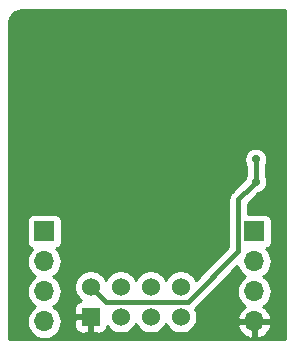
<source format=gbr>
G04 #@! TF.GenerationSoftware,KiCad,Pcbnew,(5.1.2)-2*
G04 #@! TF.CreationDate,2023-04-24T21:20:06-05:00*
G04 #@! TF.ProjectId,nrf24l01breakout,6e726632-346c-4303-9162-7265616b6f75,V0.1*
G04 #@! TF.SameCoordinates,Original*
G04 #@! TF.FileFunction,Copper,L2,Bot*
G04 #@! TF.FilePolarity,Positive*
%FSLAX46Y46*%
G04 Gerber Fmt 4.6, Leading zero omitted, Abs format (unit mm)*
G04 Created by KiCad (PCBNEW (5.1.2)-2) date 2023-04-24 21:20:06*
%MOMM*%
%LPD*%
G04 APERTURE LIST*
%ADD10O,1.700000X1.700000*%
%ADD11R,1.700000X1.700000*%
%ADD12R,1.524000X1.524000*%
%ADD13C,1.524000*%
%ADD14C,0.700000*%
%ADD15C,0.400000*%
%ADD16C,0.254000*%
G04 APERTURE END LIST*
D10*
X119888000Y-105156000D03*
X119888000Y-102616000D03*
X119888000Y-100076000D03*
D11*
X119888000Y-97536000D03*
X137668000Y-97536000D03*
D10*
X137668000Y-100076000D03*
X137668000Y-102616000D03*
X137668000Y-105156000D03*
D12*
X123825000Y-104775000D03*
D13*
X123825000Y-102235000D03*
X126365000Y-104775000D03*
X126365000Y-102235000D03*
X128905000Y-104775000D03*
X128905000Y-102235000D03*
X131445000Y-104775000D03*
X131445000Y-102235000D03*
D14*
X138430000Y-87630000D03*
X137795000Y-93345000D03*
X137795000Y-91440000D03*
D15*
X137795000Y-93345000D02*
X137795000Y-91440000D01*
X137445001Y-93694999D02*
X137795000Y-93345000D01*
X136317999Y-94822001D02*
X137445001Y-93694999D01*
X136317999Y-99229763D02*
X136317999Y-94822001D01*
X132050761Y-103497001D02*
X136317999Y-99229763D01*
X125087001Y-103497001D02*
X132050761Y-103497001D01*
X123825000Y-102235000D02*
X125087001Y-103497001D01*
D16*
G36*
X140310000Y-106655000D02*
G01*
X116865000Y-106655000D01*
X116865000Y-100076000D01*
X118395815Y-100076000D01*
X118424487Y-100367111D01*
X118509401Y-100647034D01*
X118647294Y-100905014D01*
X118832866Y-101131134D01*
X119058986Y-101316706D01*
X119113791Y-101346000D01*
X119058986Y-101375294D01*
X118832866Y-101560866D01*
X118647294Y-101786986D01*
X118509401Y-102044966D01*
X118424487Y-102324889D01*
X118395815Y-102616000D01*
X118424487Y-102907111D01*
X118509401Y-103187034D01*
X118647294Y-103445014D01*
X118832866Y-103671134D01*
X119058986Y-103856706D01*
X119113791Y-103886000D01*
X119058986Y-103915294D01*
X118832866Y-104100866D01*
X118647294Y-104326986D01*
X118509401Y-104584966D01*
X118424487Y-104864889D01*
X118395815Y-105156000D01*
X118424487Y-105447111D01*
X118509401Y-105727034D01*
X118647294Y-105985014D01*
X118832866Y-106211134D01*
X119058986Y-106396706D01*
X119316966Y-106534599D01*
X119596889Y-106619513D01*
X119815050Y-106641000D01*
X119960950Y-106641000D01*
X120179111Y-106619513D01*
X120459034Y-106534599D01*
X120717014Y-106396706D01*
X120943134Y-106211134D01*
X121128706Y-105985014D01*
X121266599Y-105727034D01*
X121324245Y-105537000D01*
X122424928Y-105537000D01*
X122437188Y-105661482D01*
X122473498Y-105781180D01*
X122532463Y-105891494D01*
X122611815Y-105988185D01*
X122708506Y-106067537D01*
X122818820Y-106126502D01*
X122938518Y-106162812D01*
X123063000Y-106175072D01*
X123539250Y-106172000D01*
X123698000Y-106013250D01*
X123698000Y-104902000D01*
X122586750Y-104902000D01*
X122428000Y-105060750D01*
X122424928Y-105537000D01*
X121324245Y-105537000D01*
X121351513Y-105447111D01*
X121380185Y-105156000D01*
X121351513Y-104864889D01*
X121266599Y-104584966D01*
X121128706Y-104326986D01*
X120943134Y-104100866D01*
X120836070Y-104013000D01*
X122424928Y-104013000D01*
X122428000Y-104489250D01*
X122586750Y-104648000D01*
X123698000Y-104648000D01*
X123698000Y-104628000D01*
X123952000Y-104628000D01*
X123952000Y-104648000D01*
X123972000Y-104648000D01*
X123972000Y-104902000D01*
X123952000Y-104902000D01*
X123952000Y-106013250D01*
X124110750Y-106172000D01*
X124587000Y-106175072D01*
X124711482Y-106162812D01*
X124831180Y-106126502D01*
X124941494Y-106067537D01*
X125038185Y-105988185D01*
X125117537Y-105891494D01*
X125176502Y-105781180D01*
X125212812Y-105661482D01*
X125221080Y-105577535D01*
X125279880Y-105665535D01*
X125474465Y-105860120D01*
X125703273Y-106013005D01*
X125957510Y-106118314D01*
X126227408Y-106172000D01*
X126502592Y-106172000D01*
X126772490Y-106118314D01*
X127026727Y-106013005D01*
X127255535Y-105860120D01*
X127450120Y-105665535D01*
X127603005Y-105436727D01*
X127635000Y-105359485D01*
X127666995Y-105436727D01*
X127819880Y-105665535D01*
X128014465Y-105860120D01*
X128243273Y-106013005D01*
X128497510Y-106118314D01*
X128767408Y-106172000D01*
X129042592Y-106172000D01*
X129312490Y-106118314D01*
X129566727Y-106013005D01*
X129795535Y-105860120D01*
X129990120Y-105665535D01*
X130143005Y-105436727D01*
X130175000Y-105359485D01*
X130206995Y-105436727D01*
X130359880Y-105665535D01*
X130554465Y-105860120D01*
X130783273Y-106013005D01*
X131037510Y-106118314D01*
X131307408Y-106172000D01*
X131582592Y-106172000D01*
X131852490Y-106118314D01*
X132106727Y-106013005D01*
X132335535Y-105860120D01*
X132530120Y-105665535D01*
X132632114Y-105512890D01*
X136226524Y-105512890D01*
X136271175Y-105660099D01*
X136396359Y-105922920D01*
X136570412Y-106156269D01*
X136786645Y-106351178D01*
X137036748Y-106500157D01*
X137311109Y-106597481D01*
X137541000Y-106476814D01*
X137541000Y-105283000D01*
X137795000Y-105283000D01*
X137795000Y-106476814D01*
X138024891Y-106597481D01*
X138299252Y-106500157D01*
X138549355Y-106351178D01*
X138765588Y-106156269D01*
X138939641Y-105922920D01*
X139064825Y-105660099D01*
X139109476Y-105512890D01*
X138988155Y-105283000D01*
X137795000Y-105283000D01*
X137541000Y-105283000D01*
X136347845Y-105283000D01*
X136226524Y-105512890D01*
X132632114Y-105512890D01*
X132683005Y-105436727D01*
X132788314Y-105182490D01*
X132842000Y-104912592D01*
X132842000Y-104637408D01*
X132788314Y-104367510D01*
X132683005Y-104113273D01*
X132657059Y-104074443D01*
X132670207Y-104058422D01*
X136241036Y-100487595D01*
X136289401Y-100647034D01*
X136427294Y-100905014D01*
X136612866Y-101131134D01*
X136838986Y-101316706D01*
X136893791Y-101346000D01*
X136838986Y-101375294D01*
X136612866Y-101560866D01*
X136427294Y-101786986D01*
X136289401Y-102044966D01*
X136204487Y-102324889D01*
X136175815Y-102616000D01*
X136204487Y-102907111D01*
X136289401Y-103187034D01*
X136427294Y-103445014D01*
X136612866Y-103671134D01*
X136838986Y-103856706D01*
X136903523Y-103891201D01*
X136786645Y-103960822D01*
X136570412Y-104155731D01*
X136396359Y-104389080D01*
X136271175Y-104651901D01*
X136226524Y-104799110D01*
X136347845Y-105029000D01*
X137541000Y-105029000D01*
X137541000Y-105009000D01*
X137795000Y-105009000D01*
X137795000Y-105029000D01*
X138988155Y-105029000D01*
X139109476Y-104799110D01*
X139064825Y-104651901D01*
X138939641Y-104389080D01*
X138765588Y-104155731D01*
X138549355Y-103960822D01*
X138432477Y-103891201D01*
X138497014Y-103856706D01*
X138723134Y-103671134D01*
X138908706Y-103445014D01*
X139046599Y-103187034D01*
X139131513Y-102907111D01*
X139160185Y-102616000D01*
X139131513Y-102324889D01*
X139046599Y-102044966D01*
X138908706Y-101786986D01*
X138723134Y-101560866D01*
X138497014Y-101375294D01*
X138442209Y-101346000D01*
X138497014Y-101316706D01*
X138723134Y-101131134D01*
X138908706Y-100905014D01*
X139046599Y-100647034D01*
X139131513Y-100367111D01*
X139160185Y-100076000D01*
X139131513Y-99784889D01*
X139046599Y-99504966D01*
X138908706Y-99246986D01*
X138723134Y-99020866D01*
X138693313Y-98996393D01*
X138762180Y-98975502D01*
X138872494Y-98916537D01*
X138969185Y-98837185D01*
X139048537Y-98740494D01*
X139107502Y-98630180D01*
X139143812Y-98510482D01*
X139156072Y-98386000D01*
X139156072Y-96686000D01*
X139143812Y-96561518D01*
X139107502Y-96441820D01*
X139048537Y-96331506D01*
X138969185Y-96234815D01*
X138872494Y-96155463D01*
X138762180Y-96096498D01*
X138642482Y-96060188D01*
X138518000Y-96047928D01*
X137152999Y-96047928D01*
X137152999Y-95167868D01*
X138015415Y-94305454D01*
X138082314Y-94292147D01*
X138261572Y-94217896D01*
X138422901Y-94110099D01*
X138560099Y-93972901D01*
X138667896Y-93811572D01*
X138742147Y-93632314D01*
X138780000Y-93442014D01*
X138780000Y-93247986D01*
X138742147Y-93057686D01*
X138667896Y-92878428D01*
X138630000Y-92821713D01*
X138630000Y-91963287D01*
X138667896Y-91906572D01*
X138742147Y-91727314D01*
X138780000Y-91537014D01*
X138780000Y-91342986D01*
X138742147Y-91152686D01*
X138667896Y-90973428D01*
X138560099Y-90812099D01*
X138422901Y-90674901D01*
X138261572Y-90567104D01*
X138082314Y-90492853D01*
X137892014Y-90455000D01*
X137697986Y-90455000D01*
X137507686Y-90492853D01*
X137328428Y-90567104D01*
X137167099Y-90674901D01*
X137029901Y-90812099D01*
X136922104Y-90973428D01*
X136847853Y-91152686D01*
X136810000Y-91342986D01*
X136810000Y-91537014D01*
X136847853Y-91727314D01*
X136922104Y-91906572D01*
X136960001Y-91963288D01*
X136960000Y-92821712D01*
X136922104Y-92878428D01*
X136847853Y-93057686D01*
X136834546Y-93124585D01*
X135756573Y-94202560D01*
X135724709Y-94228710D01*
X135698561Y-94260572D01*
X135620363Y-94355856D01*
X135542827Y-94500915D01*
X135495081Y-94658313D01*
X135478959Y-94822001D01*
X135483000Y-94863029D01*
X135482999Y-98883894D01*
X132715404Y-101651490D01*
X132683005Y-101573273D01*
X132530120Y-101344465D01*
X132335535Y-101149880D01*
X132106727Y-100996995D01*
X131852490Y-100891686D01*
X131582592Y-100838000D01*
X131307408Y-100838000D01*
X131037510Y-100891686D01*
X130783273Y-100996995D01*
X130554465Y-101149880D01*
X130359880Y-101344465D01*
X130206995Y-101573273D01*
X130175000Y-101650515D01*
X130143005Y-101573273D01*
X129990120Y-101344465D01*
X129795535Y-101149880D01*
X129566727Y-100996995D01*
X129312490Y-100891686D01*
X129042592Y-100838000D01*
X128767408Y-100838000D01*
X128497510Y-100891686D01*
X128243273Y-100996995D01*
X128014465Y-101149880D01*
X127819880Y-101344465D01*
X127666995Y-101573273D01*
X127635000Y-101650515D01*
X127603005Y-101573273D01*
X127450120Y-101344465D01*
X127255535Y-101149880D01*
X127026727Y-100996995D01*
X126772490Y-100891686D01*
X126502592Y-100838000D01*
X126227408Y-100838000D01*
X125957510Y-100891686D01*
X125703273Y-100996995D01*
X125474465Y-101149880D01*
X125279880Y-101344465D01*
X125126995Y-101573273D01*
X125095000Y-101650515D01*
X125063005Y-101573273D01*
X124910120Y-101344465D01*
X124715535Y-101149880D01*
X124486727Y-100996995D01*
X124232490Y-100891686D01*
X123962592Y-100838000D01*
X123687408Y-100838000D01*
X123417510Y-100891686D01*
X123163273Y-100996995D01*
X122934465Y-101149880D01*
X122739880Y-101344465D01*
X122586995Y-101573273D01*
X122481686Y-101827510D01*
X122428000Y-102097408D01*
X122428000Y-102372592D01*
X122481686Y-102642490D01*
X122586995Y-102896727D01*
X122739880Y-103125535D01*
X122934465Y-103320120D01*
X123022465Y-103378920D01*
X122938518Y-103387188D01*
X122818820Y-103423498D01*
X122708506Y-103482463D01*
X122611815Y-103561815D01*
X122532463Y-103658506D01*
X122473498Y-103768820D01*
X122437188Y-103888518D01*
X122424928Y-104013000D01*
X120836070Y-104013000D01*
X120717014Y-103915294D01*
X120662209Y-103886000D01*
X120717014Y-103856706D01*
X120943134Y-103671134D01*
X121128706Y-103445014D01*
X121266599Y-103187034D01*
X121351513Y-102907111D01*
X121380185Y-102616000D01*
X121351513Y-102324889D01*
X121266599Y-102044966D01*
X121128706Y-101786986D01*
X120943134Y-101560866D01*
X120717014Y-101375294D01*
X120662209Y-101346000D01*
X120717014Y-101316706D01*
X120943134Y-101131134D01*
X121128706Y-100905014D01*
X121266599Y-100647034D01*
X121351513Y-100367111D01*
X121380185Y-100076000D01*
X121351513Y-99784889D01*
X121266599Y-99504966D01*
X121128706Y-99246986D01*
X120943134Y-99020866D01*
X120913313Y-98996393D01*
X120982180Y-98975502D01*
X121092494Y-98916537D01*
X121189185Y-98837185D01*
X121268537Y-98740494D01*
X121327502Y-98630180D01*
X121363812Y-98510482D01*
X121376072Y-98386000D01*
X121376072Y-96686000D01*
X121363812Y-96561518D01*
X121327502Y-96441820D01*
X121268537Y-96331506D01*
X121189185Y-96234815D01*
X121092494Y-96155463D01*
X120982180Y-96096498D01*
X120862482Y-96060188D01*
X120738000Y-96047928D01*
X119038000Y-96047928D01*
X118913518Y-96060188D01*
X118793820Y-96096498D01*
X118683506Y-96155463D01*
X118586815Y-96234815D01*
X118507463Y-96331506D01*
X118448498Y-96441820D01*
X118412188Y-96561518D01*
X118399928Y-96686000D01*
X118399928Y-98386000D01*
X118412188Y-98510482D01*
X118448498Y-98630180D01*
X118507463Y-98740494D01*
X118586815Y-98837185D01*
X118683506Y-98916537D01*
X118793820Y-98975502D01*
X118862687Y-98996393D01*
X118832866Y-99020866D01*
X118647294Y-99246986D01*
X118509401Y-99504966D01*
X118424487Y-99784889D01*
X118395815Y-100076000D01*
X116865000Y-100076000D01*
X116865000Y-79989814D01*
X116899498Y-79728100D01*
X116977304Y-79498352D01*
X117098257Y-79288087D01*
X117257749Y-79105317D01*
X117449695Y-78957013D01*
X117666800Y-78848812D01*
X117910356Y-78782225D01*
X118079933Y-78765000D01*
X140310001Y-78765000D01*
X140310000Y-106655000D01*
X140310000Y-106655000D01*
G37*
X140310000Y-106655000D02*
X116865000Y-106655000D01*
X116865000Y-100076000D01*
X118395815Y-100076000D01*
X118424487Y-100367111D01*
X118509401Y-100647034D01*
X118647294Y-100905014D01*
X118832866Y-101131134D01*
X119058986Y-101316706D01*
X119113791Y-101346000D01*
X119058986Y-101375294D01*
X118832866Y-101560866D01*
X118647294Y-101786986D01*
X118509401Y-102044966D01*
X118424487Y-102324889D01*
X118395815Y-102616000D01*
X118424487Y-102907111D01*
X118509401Y-103187034D01*
X118647294Y-103445014D01*
X118832866Y-103671134D01*
X119058986Y-103856706D01*
X119113791Y-103886000D01*
X119058986Y-103915294D01*
X118832866Y-104100866D01*
X118647294Y-104326986D01*
X118509401Y-104584966D01*
X118424487Y-104864889D01*
X118395815Y-105156000D01*
X118424487Y-105447111D01*
X118509401Y-105727034D01*
X118647294Y-105985014D01*
X118832866Y-106211134D01*
X119058986Y-106396706D01*
X119316966Y-106534599D01*
X119596889Y-106619513D01*
X119815050Y-106641000D01*
X119960950Y-106641000D01*
X120179111Y-106619513D01*
X120459034Y-106534599D01*
X120717014Y-106396706D01*
X120943134Y-106211134D01*
X121128706Y-105985014D01*
X121266599Y-105727034D01*
X121324245Y-105537000D01*
X122424928Y-105537000D01*
X122437188Y-105661482D01*
X122473498Y-105781180D01*
X122532463Y-105891494D01*
X122611815Y-105988185D01*
X122708506Y-106067537D01*
X122818820Y-106126502D01*
X122938518Y-106162812D01*
X123063000Y-106175072D01*
X123539250Y-106172000D01*
X123698000Y-106013250D01*
X123698000Y-104902000D01*
X122586750Y-104902000D01*
X122428000Y-105060750D01*
X122424928Y-105537000D01*
X121324245Y-105537000D01*
X121351513Y-105447111D01*
X121380185Y-105156000D01*
X121351513Y-104864889D01*
X121266599Y-104584966D01*
X121128706Y-104326986D01*
X120943134Y-104100866D01*
X120836070Y-104013000D01*
X122424928Y-104013000D01*
X122428000Y-104489250D01*
X122586750Y-104648000D01*
X123698000Y-104648000D01*
X123698000Y-104628000D01*
X123952000Y-104628000D01*
X123952000Y-104648000D01*
X123972000Y-104648000D01*
X123972000Y-104902000D01*
X123952000Y-104902000D01*
X123952000Y-106013250D01*
X124110750Y-106172000D01*
X124587000Y-106175072D01*
X124711482Y-106162812D01*
X124831180Y-106126502D01*
X124941494Y-106067537D01*
X125038185Y-105988185D01*
X125117537Y-105891494D01*
X125176502Y-105781180D01*
X125212812Y-105661482D01*
X125221080Y-105577535D01*
X125279880Y-105665535D01*
X125474465Y-105860120D01*
X125703273Y-106013005D01*
X125957510Y-106118314D01*
X126227408Y-106172000D01*
X126502592Y-106172000D01*
X126772490Y-106118314D01*
X127026727Y-106013005D01*
X127255535Y-105860120D01*
X127450120Y-105665535D01*
X127603005Y-105436727D01*
X127635000Y-105359485D01*
X127666995Y-105436727D01*
X127819880Y-105665535D01*
X128014465Y-105860120D01*
X128243273Y-106013005D01*
X128497510Y-106118314D01*
X128767408Y-106172000D01*
X129042592Y-106172000D01*
X129312490Y-106118314D01*
X129566727Y-106013005D01*
X129795535Y-105860120D01*
X129990120Y-105665535D01*
X130143005Y-105436727D01*
X130175000Y-105359485D01*
X130206995Y-105436727D01*
X130359880Y-105665535D01*
X130554465Y-105860120D01*
X130783273Y-106013005D01*
X131037510Y-106118314D01*
X131307408Y-106172000D01*
X131582592Y-106172000D01*
X131852490Y-106118314D01*
X132106727Y-106013005D01*
X132335535Y-105860120D01*
X132530120Y-105665535D01*
X132632114Y-105512890D01*
X136226524Y-105512890D01*
X136271175Y-105660099D01*
X136396359Y-105922920D01*
X136570412Y-106156269D01*
X136786645Y-106351178D01*
X137036748Y-106500157D01*
X137311109Y-106597481D01*
X137541000Y-106476814D01*
X137541000Y-105283000D01*
X137795000Y-105283000D01*
X137795000Y-106476814D01*
X138024891Y-106597481D01*
X138299252Y-106500157D01*
X138549355Y-106351178D01*
X138765588Y-106156269D01*
X138939641Y-105922920D01*
X139064825Y-105660099D01*
X139109476Y-105512890D01*
X138988155Y-105283000D01*
X137795000Y-105283000D01*
X137541000Y-105283000D01*
X136347845Y-105283000D01*
X136226524Y-105512890D01*
X132632114Y-105512890D01*
X132683005Y-105436727D01*
X132788314Y-105182490D01*
X132842000Y-104912592D01*
X132842000Y-104637408D01*
X132788314Y-104367510D01*
X132683005Y-104113273D01*
X132657059Y-104074443D01*
X132670207Y-104058422D01*
X136241036Y-100487595D01*
X136289401Y-100647034D01*
X136427294Y-100905014D01*
X136612866Y-101131134D01*
X136838986Y-101316706D01*
X136893791Y-101346000D01*
X136838986Y-101375294D01*
X136612866Y-101560866D01*
X136427294Y-101786986D01*
X136289401Y-102044966D01*
X136204487Y-102324889D01*
X136175815Y-102616000D01*
X136204487Y-102907111D01*
X136289401Y-103187034D01*
X136427294Y-103445014D01*
X136612866Y-103671134D01*
X136838986Y-103856706D01*
X136903523Y-103891201D01*
X136786645Y-103960822D01*
X136570412Y-104155731D01*
X136396359Y-104389080D01*
X136271175Y-104651901D01*
X136226524Y-104799110D01*
X136347845Y-105029000D01*
X137541000Y-105029000D01*
X137541000Y-105009000D01*
X137795000Y-105009000D01*
X137795000Y-105029000D01*
X138988155Y-105029000D01*
X139109476Y-104799110D01*
X139064825Y-104651901D01*
X138939641Y-104389080D01*
X138765588Y-104155731D01*
X138549355Y-103960822D01*
X138432477Y-103891201D01*
X138497014Y-103856706D01*
X138723134Y-103671134D01*
X138908706Y-103445014D01*
X139046599Y-103187034D01*
X139131513Y-102907111D01*
X139160185Y-102616000D01*
X139131513Y-102324889D01*
X139046599Y-102044966D01*
X138908706Y-101786986D01*
X138723134Y-101560866D01*
X138497014Y-101375294D01*
X138442209Y-101346000D01*
X138497014Y-101316706D01*
X138723134Y-101131134D01*
X138908706Y-100905014D01*
X139046599Y-100647034D01*
X139131513Y-100367111D01*
X139160185Y-100076000D01*
X139131513Y-99784889D01*
X139046599Y-99504966D01*
X138908706Y-99246986D01*
X138723134Y-99020866D01*
X138693313Y-98996393D01*
X138762180Y-98975502D01*
X138872494Y-98916537D01*
X138969185Y-98837185D01*
X139048537Y-98740494D01*
X139107502Y-98630180D01*
X139143812Y-98510482D01*
X139156072Y-98386000D01*
X139156072Y-96686000D01*
X139143812Y-96561518D01*
X139107502Y-96441820D01*
X139048537Y-96331506D01*
X138969185Y-96234815D01*
X138872494Y-96155463D01*
X138762180Y-96096498D01*
X138642482Y-96060188D01*
X138518000Y-96047928D01*
X137152999Y-96047928D01*
X137152999Y-95167868D01*
X138015415Y-94305454D01*
X138082314Y-94292147D01*
X138261572Y-94217896D01*
X138422901Y-94110099D01*
X138560099Y-93972901D01*
X138667896Y-93811572D01*
X138742147Y-93632314D01*
X138780000Y-93442014D01*
X138780000Y-93247986D01*
X138742147Y-93057686D01*
X138667896Y-92878428D01*
X138630000Y-92821713D01*
X138630000Y-91963287D01*
X138667896Y-91906572D01*
X138742147Y-91727314D01*
X138780000Y-91537014D01*
X138780000Y-91342986D01*
X138742147Y-91152686D01*
X138667896Y-90973428D01*
X138560099Y-90812099D01*
X138422901Y-90674901D01*
X138261572Y-90567104D01*
X138082314Y-90492853D01*
X137892014Y-90455000D01*
X137697986Y-90455000D01*
X137507686Y-90492853D01*
X137328428Y-90567104D01*
X137167099Y-90674901D01*
X137029901Y-90812099D01*
X136922104Y-90973428D01*
X136847853Y-91152686D01*
X136810000Y-91342986D01*
X136810000Y-91537014D01*
X136847853Y-91727314D01*
X136922104Y-91906572D01*
X136960001Y-91963288D01*
X136960000Y-92821712D01*
X136922104Y-92878428D01*
X136847853Y-93057686D01*
X136834546Y-93124585D01*
X135756573Y-94202560D01*
X135724709Y-94228710D01*
X135698561Y-94260572D01*
X135620363Y-94355856D01*
X135542827Y-94500915D01*
X135495081Y-94658313D01*
X135478959Y-94822001D01*
X135483000Y-94863029D01*
X135482999Y-98883894D01*
X132715404Y-101651490D01*
X132683005Y-101573273D01*
X132530120Y-101344465D01*
X132335535Y-101149880D01*
X132106727Y-100996995D01*
X131852490Y-100891686D01*
X131582592Y-100838000D01*
X131307408Y-100838000D01*
X131037510Y-100891686D01*
X130783273Y-100996995D01*
X130554465Y-101149880D01*
X130359880Y-101344465D01*
X130206995Y-101573273D01*
X130175000Y-101650515D01*
X130143005Y-101573273D01*
X129990120Y-101344465D01*
X129795535Y-101149880D01*
X129566727Y-100996995D01*
X129312490Y-100891686D01*
X129042592Y-100838000D01*
X128767408Y-100838000D01*
X128497510Y-100891686D01*
X128243273Y-100996995D01*
X128014465Y-101149880D01*
X127819880Y-101344465D01*
X127666995Y-101573273D01*
X127635000Y-101650515D01*
X127603005Y-101573273D01*
X127450120Y-101344465D01*
X127255535Y-101149880D01*
X127026727Y-100996995D01*
X126772490Y-100891686D01*
X126502592Y-100838000D01*
X126227408Y-100838000D01*
X125957510Y-100891686D01*
X125703273Y-100996995D01*
X125474465Y-101149880D01*
X125279880Y-101344465D01*
X125126995Y-101573273D01*
X125095000Y-101650515D01*
X125063005Y-101573273D01*
X124910120Y-101344465D01*
X124715535Y-101149880D01*
X124486727Y-100996995D01*
X124232490Y-100891686D01*
X123962592Y-100838000D01*
X123687408Y-100838000D01*
X123417510Y-100891686D01*
X123163273Y-100996995D01*
X122934465Y-101149880D01*
X122739880Y-101344465D01*
X122586995Y-101573273D01*
X122481686Y-101827510D01*
X122428000Y-102097408D01*
X122428000Y-102372592D01*
X122481686Y-102642490D01*
X122586995Y-102896727D01*
X122739880Y-103125535D01*
X122934465Y-103320120D01*
X123022465Y-103378920D01*
X122938518Y-103387188D01*
X122818820Y-103423498D01*
X122708506Y-103482463D01*
X122611815Y-103561815D01*
X122532463Y-103658506D01*
X122473498Y-103768820D01*
X122437188Y-103888518D01*
X122424928Y-104013000D01*
X120836070Y-104013000D01*
X120717014Y-103915294D01*
X120662209Y-103886000D01*
X120717014Y-103856706D01*
X120943134Y-103671134D01*
X121128706Y-103445014D01*
X121266599Y-103187034D01*
X121351513Y-102907111D01*
X121380185Y-102616000D01*
X121351513Y-102324889D01*
X121266599Y-102044966D01*
X121128706Y-101786986D01*
X120943134Y-101560866D01*
X120717014Y-101375294D01*
X120662209Y-101346000D01*
X120717014Y-101316706D01*
X120943134Y-101131134D01*
X121128706Y-100905014D01*
X121266599Y-100647034D01*
X121351513Y-100367111D01*
X121380185Y-100076000D01*
X121351513Y-99784889D01*
X121266599Y-99504966D01*
X121128706Y-99246986D01*
X120943134Y-99020866D01*
X120913313Y-98996393D01*
X120982180Y-98975502D01*
X121092494Y-98916537D01*
X121189185Y-98837185D01*
X121268537Y-98740494D01*
X121327502Y-98630180D01*
X121363812Y-98510482D01*
X121376072Y-98386000D01*
X121376072Y-96686000D01*
X121363812Y-96561518D01*
X121327502Y-96441820D01*
X121268537Y-96331506D01*
X121189185Y-96234815D01*
X121092494Y-96155463D01*
X120982180Y-96096498D01*
X120862482Y-96060188D01*
X120738000Y-96047928D01*
X119038000Y-96047928D01*
X118913518Y-96060188D01*
X118793820Y-96096498D01*
X118683506Y-96155463D01*
X118586815Y-96234815D01*
X118507463Y-96331506D01*
X118448498Y-96441820D01*
X118412188Y-96561518D01*
X118399928Y-96686000D01*
X118399928Y-98386000D01*
X118412188Y-98510482D01*
X118448498Y-98630180D01*
X118507463Y-98740494D01*
X118586815Y-98837185D01*
X118683506Y-98916537D01*
X118793820Y-98975502D01*
X118862687Y-98996393D01*
X118832866Y-99020866D01*
X118647294Y-99246986D01*
X118509401Y-99504966D01*
X118424487Y-99784889D01*
X118395815Y-100076000D01*
X116865000Y-100076000D01*
X116865000Y-79989814D01*
X116899498Y-79728100D01*
X116977304Y-79498352D01*
X117098257Y-79288087D01*
X117257749Y-79105317D01*
X117449695Y-78957013D01*
X117666800Y-78848812D01*
X117910356Y-78782225D01*
X118079933Y-78765000D01*
X140310001Y-78765000D01*
X140310000Y-106655000D01*
M02*

</source>
